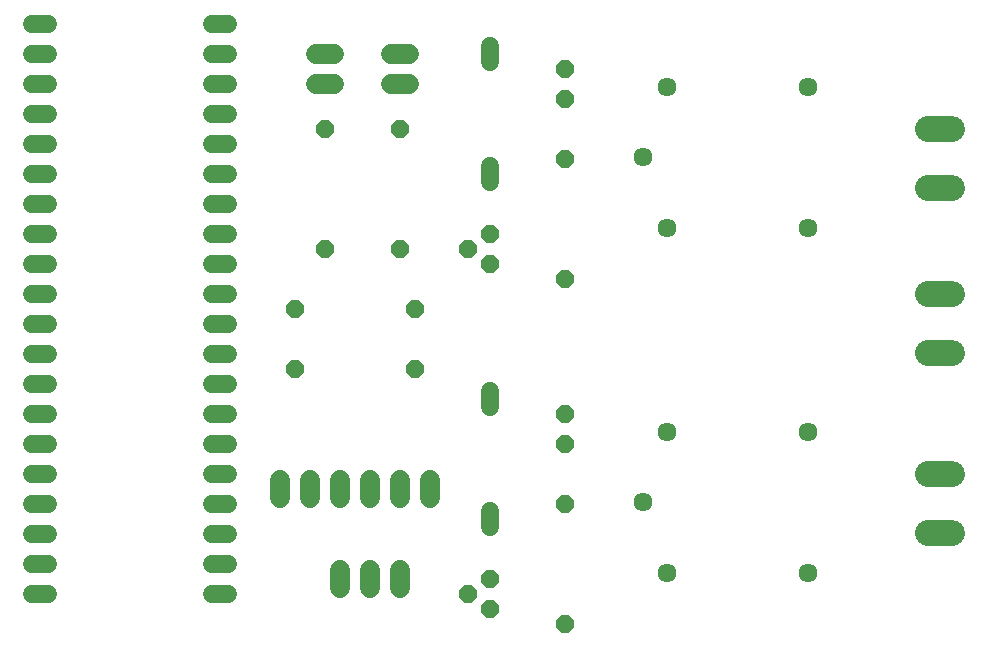
<source format=gbr>
G04 EAGLE Gerber RS-274X export*
G75*
%MOMM*%
%FSLAX34Y34*%
%LPD*%
%INSoldermask Bottom*%
%IPPOS*%
%AMOC8*
5,1,8,0,0,1.08239X$1,22.5*%
G01*
%ADD10C,1.727200*%
%ADD11C,1.524000*%
%ADD12P,1.649562X8X292.500000*%
%ADD13P,1.649562X8X112.500000*%
%ADD14P,1.649562X8X202.500000*%
%ADD15C,1.611200*%
%ADD16C,1.511200*%
%ADD17C,2.184400*%


D10*
X292100Y284480D02*
X292100Y299720D01*
X317500Y299720D02*
X317500Y284480D01*
X342900Y284480D02*
X342900Y299720D01*
X368300Y299720D02*
X368300Y284480D01*
X393700Y284480D02*
X393700Y299720D01*
X419100Y299720D02*
X419100Y284480D01*
D11*
X469900Y653796D02*
X469900Y667004D01*
X469900Y565404D02*
X469900Y552196D01*
X469900Y374904D02*
X469900Y361696D01*
X469900Y273304D02*
X469900Y260096D01*
D12*
X533400Y647700D03*
X533400Y622300D03*
X533400Y355600D03*
X533400Y330200D03*
D13*
X469900Y508000D03*
X450850Y495300D03*
X469900Y482600D03*
X469900Y215900D03*
X450850Y203200D03*
X469900Y190500D03*
X533400Y177800D03*
X533400Y279400D03*
X533400Y469900D03*
X533400Y571500D03*
D14*
X406400Y444500D03*
X304800Y444500D03*
X406400Y393700D03*
X304800Y393700D03*
D12*
X330200Y596900D03*
X330200Y495300D03*
X393700Y596900D03*
X393700Y495300D03*
D15*
X739200Y632700D03*
X619200Y512700D03*
X599200Y572700D03*
X739200Y512700D03*
X619200Y632700D03*
X739200Y340600D03*
X619200Y220600D03*
X599200Y280600D03*
X739200Y220600D03*
X619200Y340600D03*
D10*
X401320Y660400D02*
X386080Y660400D01*
X386080Y635000D02*
X401320Y635000D01*
X337820Y635000D02*
X322580Y635000D01*
X322580Y660400D02*
X337820Y660400D01*
D16*
X247840Y203200D02*
X234760Y203200D01*
X234760Y228600D02*
X247840Y228600D01*
X247840Y254000D02*
X234760Y254000D01*
X234760Y279400D02*
X247840Y279400D01*
X247840Y304800D02*
X234760Y304800D01*
X234760Y330200D02*
X247840Y330200D01*
X247840Y355600D02*
X234760Y355600D01*
X234760Y381000D02*
X247840Y381000D01*
X247840Y406400D02*
X234760Y406400D01*
X234760Y431800D02*
X247840Y431800D01*
X247840Y457200D02*
X234760Y457200D01*
X234760Y482600D02*
X247840Y482600D01*
X247840Y508000D02*
X234760Y508000D01*
X234760Y533400D02*
X247840Y533400D01*
X247840Y558800D02*
X234760Y558800D01*
X234760Y584200D02*
X247840Y584200D01*
X247840Y609600D02*
X234760Y609600D01*
X234760Y635000D02*
X247840Y635000D01*
X247840Y660400D02*
X234760Y660400D01*
X234760Y685800D02*
X247840Y685800D01*
X95440Y203200D02*
X82360Y203200D01*
X82360Y228600D02*
X95440Y228600D01*
X95440Y254000D02*
X82360Y254000D01*
X82360Y279400D02*
X95440Y279400D01*
X95440Y304800D02*
X82360Y304800D01*
X82360Y330200D02*
X95440Y330200D01*
X95440Y355600D02*
X82360Y355600D01*
X82360Y381000D02*
X95440Y381000D01*
X95440Y406400D02*
X82360Y406400D01*
X82360Y431800D02*
X95440Y431800D01*
X95440Y457200D02*
X82360Y457200D01*
X82360Y482600D02*
X95440Y482600D01*
X95440Y508000D02*
X82360Y508000D01*
X82360Y533400D02*
X95440Y533400D01*
X95440Y558800D02*
X82360Y558800D01*
X82360Y584200D02*
X95440Y584200D01*
X95440Y609600D02*
X82360Y609600D01*
X82360Y635000D02*
X95440Y635000D01*
X95440Y660400D02*
X82360Y660400D01*
X82360Y685800D02*
X95440Y685800D01*
D10*
X393700Y223520D02*
X393700Y208280D01*
X368300Y208280D02*
X368300Y223520D01*
X342900Y223520D02*
X342900Y208280D01*
D17*
X840994Y596646D02*
X860806Y596646D01*
X860806Y546354D02*
X840994Y546354D01*
X840994Y304546D02*
X860806Y304546D01*
X860806Y254254D02*
X840994Y254254D01*
X840994Y406654D02*
X860806Y406654D01*
X860806Y456946D02*
X840994Y456946D01*
M02*

</source>
